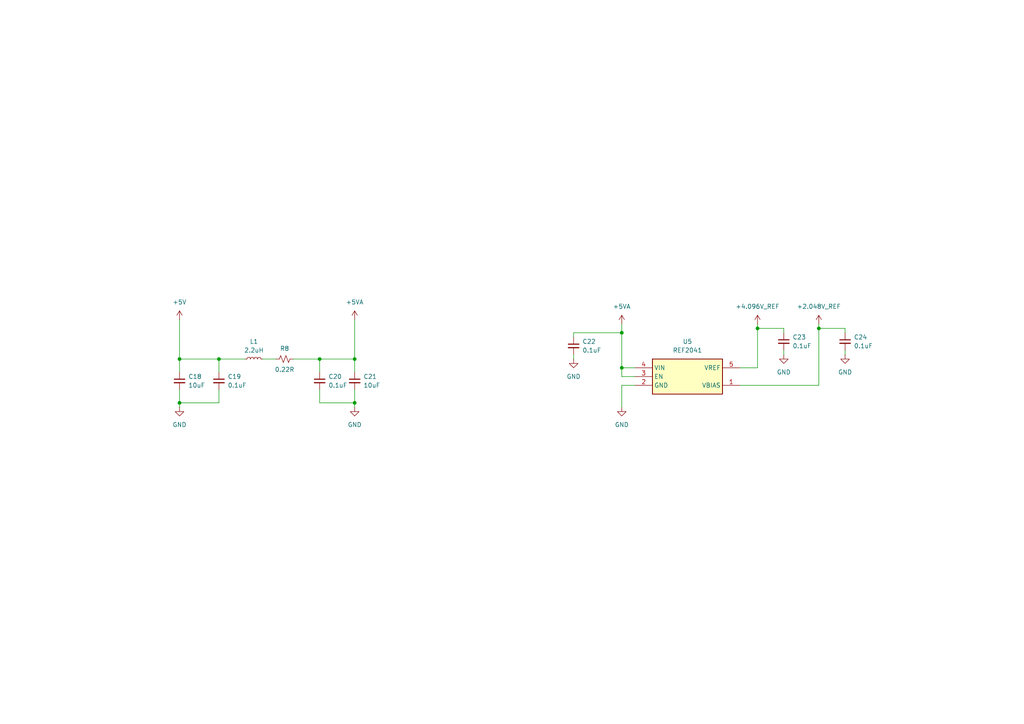
<source format=kicad_sch>
(kicad_sch (version 20250114) (generator "eeschema") (generator_version "9.0")
  (paper "A4")
  (lib_symbols
    (symbol "Device:C_Small" (pin_numbers (hide yes)) (pin_names (offset 0.254) (hide yes))
      (property "Reference" "C" (at 0.254 1.778 0))
      (property "Value" "C_Small" (at 0.254 -2.032 0))
      (symbol "C_Small_0_1"
        (polyline (pts (xy -1.524 0.508) (xy 1.524 0.508)) (stroke (width 0.3048)))
        (polyline (pts (xy -1.524 -0.508) (xy 1.524 -0.508)) (stroke (width 0.3302)))
      )
      (symbol "C_Small_1_1"
        (pin passive line (at 0 2.54 270) (length 2.032) (name "~") (number "1"))
        (pin passive line (at 0 -2.54 90) (length 2.032) (name "~") (number "2"))
      )
    )
    (symbol "Device:L_Small" (pin_numbers (hide yes)) (pin_names (offset 0.254) (hide yes))
      (property "Reference" "L" (at 0.762 1.016 0))
      (property "Value" "L_Small" (at 0.762 -1.016 0))
      (symbol "L_Small_0_1"
        (arc (start 0 2.032) (mid 0.5058 1.524) (end 0 1.016))
        (arc (start 0 1.016) (mid 0.5058 0.508) (end 0 0))
        (arc (start 0 0) (mid 0.5058 -0.508) (end 0 -1.016))
        (arc (start 0 -1.016) (mid 0.5058 -1.524) (end 0 -2.032))
      )
      (symbol "L_Small_1_1"
        (pin passive line (at 0 2.54 270) (length 0.508) (name "~") (number "1"))
        (pin passive line (at 0 -2.54 90) (length 0.508) (name "~") (number "2"))
      )
    )
    (symbol "Device:R_Small_US" (pin_numbers (hide yes)) (pin_names (offset 0.254) (hide yes))
      (property "Reference" "R" (at 0.762 0.508 0))
      (property "Value" "R_Small_US" (at 0.762 -1.016 0))
      (symbol "R_Small_US_1_1"
        (polyline (pts (xy 0 1.524) (xy 1.016 1.143) (xy 0 0.762) (xy -1.016 0.381) (xy 0 0)))
        (polyline (pts (xy 0 0) (xy 1.016 -0.381) (xy 0 -0.762) (xy -1.016 -1.143) (xy 0 -1.524)))
        (pin passive line (at 0 2.54 270) (length 1.016) (name "~") (number "1"))
        (pin passive line (at 0 -2.54 90) (length 1.016) (name "~") (number "2"))
      )
    )
    (symbol "canardboard:REF2041AIDDCR"
      (property "Reference" "U" (at 26.67 7.62 0))
      (property "Value" "REF2041" (at 26.67 5.08 0))
      (symbol "REF2041AIDDCR_1_1"
        (rectangle (start 5.08 2.54) (end 25.4 -7.62) (stroke (width 0.254)) (fill (type background)))
        (pin passive line (at 0 0 0) (length 5.08) (name "VIN") (number "4"))
        (pin passive line (at 0 -2.54 0) (length 5.08) (name "EN") (number "3"))
        (pin passive line (at 0 -5.08 0) (length 5.08) (name "GND") (number "2"))
        (pin passive line (at 30.48 0 180) (length 5.08) (name "VREF") (number "5"))
        (pin passive line (at 30.48 -5.08 180) (length 5.08) (name "VBIAS") (number "1"))
      )
    )
    (symbol "power:+5VA" (power) (pin_numbers (hide yes)) (pin_names (offset 0) (hide yes))
      (property "Value" "+5VA" (at 0 3.556 0))
      (symbol "+5VA_0_1"
        (polyline (pts (xy -0.762 1.27) (xy 0 2.54)))
        (polyline (pts (xy 0 2.54) (xy 0.762 1.27)))
        (polyline (pts (xy 0 0) (xy 0 2.54)))
      )
      (symbol "+5VA_1_1"
        (pin power_in line (at 0 0 90) (length 0) (name "~") (number "1"))
      )
    )
    (symbol "power:GND" (power) (pin_numbers (hide yes)) (pin_names (offset 0) (hide yes))
      (property "Value" "GND" (at 0 -3.81 0))
      (symbol "GND_0_1"
        (polyline (pts (xy 0 0) (xy 0 -1.27) (xy 1.27 -1.27) (xy 0 -2.54) (xy -1.27 -1.27) (xy 0 -1.27)))
      )
      (symbol "GND_1_1"
        (pin power_in line (at 0 0 270) (length 0) (name "~") (number "1"))
      )
    )
  )
  (junction (at 237.49 95.25))
  (junction (at 180.34 96.52))
  (junction (at 180.34 106.68))
  (junction (at 102.87 104.14))
  (junction (at 92.71 104.14))
  (junction (at 52.07 116.84))
  (junction (at 219.71 95.25))
  (junction (at 63.5 104.14))
  (junction (at 102.87 116.84))
  (junction (at 52.07 104.14))
  (wire (pts (xy 52.07 104.14) (xy 63.5 104.14)))
  (wire (pts (xy 184.15 111.76) (xy 180.34 111.76)))
  (wire (pts (xy 102.87 113.03) (xy 102.87 116.84)))
  (wire (pts (xy 52.07 107.95) (xy 52.07 104.14)))
  (wire (pts (xy 245.11 96.52) (xy 245.11 95.25)))
  (wire (pts (xy 237.49 95.25) (xy 245.11 95.25)))
  (wire (pts (xy 63.5 113.03) (xy 63.5 116.84)))
  (wire (pts (xy 214.63 111.76) (xy 237.49 111.76)))
  (wire (pts (xy 237.49 93.98) (xy 237.49 95.25)))
  (wire (pts (xy 180.34 93.98) (xy 180.34 96.52)))
  (wire (pts (xy 92.71 104.14) (xy 92.71 107.95)))
  (wire (pts (xy 76.2 104.14) (xy 80.01 104.14)))
  (wire (pts (xy 180.34 109.22) (xy 180.34 106.68)))
  (wire (pts (xy 166.37 97.79) (xy 166.37 96.52)))
  (wire (pts (xy 85.09 104.14) (xy 92.71 104.14)))
  (wire (pts (xy 237.49 95.25) (xy 237.49 111.76)))
  (wire (pts (xy 184.15 109.22) (xy 180.34 109.22)))
  (wire (pts (xy 52.07 116.84) (xy 52.07 118.11)))
  (wire (pts (xy 227.33 96.52) (xy 227.33 95.25)))
  (wire (pts (xy 227.33 101.6) (xy 227.33 102.87)))
  (wire (pts (xy 102.87 92.71) (xy 102.87 104.14)))
  (wire (pts (xy 92.71 113.03) (xy 92.71 116.84)))
  (wire (pts (xy 219.71 95.25) (xy 219.71 93.98)))
  (wire (pts (xy 166.37 102.87) (xy 166.37 104.14)))
  (wire (pts (xy 92.71 116.84) (xy 102.87 116.84)))
  (wire (pts (xy 92.71 104.14) (xy 102.87 104.14)))
  (wire (pts (xy 52.07 113.03) (xy 52.07 116.84)))
  (wire (pts (xy 63.5 104.14) (xy 71.12 104.14)))
  (wire (pts (xy 52.07 92.71) (xy 52.07 104.14)))
  (wire (pts (xy 219.71 95.25) (xy 227.33 95.25)))
  (wire (pts (xy 63.5 107.95) (xy 63.5 104.14)))
  (wire (pts (xy 219.71 106.68) (xy 219.71 95.25)))
  (wire (pts (xy 245.11 101.6) (xy 245.11 102.87)))
  (wire (pts (xy 214.63 106.68) (xy 219.71 106.68)))
  (wire (pts (xy 180.34 111.76) (xy 180.34 118.11)))
  (wire (pts (xy 184.15 106.68) (xy 180.34 106.68)))
  (wire (pts (xy 180.34 96.52) (xy 180.34 106.68)))
  (wire (pts (xy 63.5 116.84) (xy 52.07 116.84)))
  (wire (pts (xy 102.87 107.95) (xy 102.87 104.14)))
  (wire (pts (xy 102.87 116.84) (xy 102.87 118.11)))
  (wire (pts (xy 166.37 96.52) (xy 180.34 96.52)))
  (symbol (lib_id "power:+5VA") (at 102.87 92.71 0) (unit 1)
    (property "Reference" "#PWR038" (effects (hide yes)))
    (property "Value" "+5VA" (at 102.87 87.63 0))
    (property "Description" "Power symbol creates a global label with name \"+5VA\"" (effects (hide yes)))
  )
  (symbol (lib_id "power:GND") (at 52.07 118.11 0) (unit 1)
    (property "Reference" "#PWR037" (effects (hide yes)))
    (property "Value" "GND" (at 52.07 123.19 0))
    (property "Description" "Power symbol creates a global label with name \"GND\" , ground" (effects (hide yes)))
  )
  (symbol (lib_id "power:GND") (at 166.37 104.14 0) (unit 1)
    (property "Reference" "#PWR040" (effects (hide yes)))
    (property "Value" "GND" (at 166.37 109.22 0))
    (property "Description" "Power symbol creates a global label with name \"GND\" , ground" (effects (hide yes)))
  )
  (symbol (lib_id "power:GND") (at 102.87 118.11 0) (unit 1)
    (property "Reference" "#PWR039" (effects (hide yes)))
    (property "Value" "GND" (at 102.87 123.19 0))
    (property "Description" "Power symbol creates a global label with name \"GND\" , ground" (effects (hide yes)))
  )
  (symbol (lib_id "power:+5VA") (at 219.71 93.98 0) (unit 1)
    (property "Reference" "#PWR043" (effects (hide yes)))
    (property "Value" "+4.096V_REF" (at 219.71 88.9 0))
    (property "Description" "Power symbol creates a global label with name \"+5VA\"" (effects (hide yes)))
  )
  (symbol (lib_id "Device:C_Small") (at 245.11 99.06 0) (unit 1)
    (property "Reference" "C24" (at 247.65 97.7962 0) (effects (justify left)))
    (property "Value" "0.1uF" (at 247.65 100.3362 0) (effects (justify left)))
    (property "Footprint" "Capacitor_SMD:C_0402_1005Metric" (effects (hide yes)))
    (property "Description" "Unpolarized capacitor, small symbol" (effects (hide yes)))
  )
  (symbol (lib_id "Device:L_Small") (at 73.66 104.14 90) (unit 1)
    (property "Reference" "L1" (at 73.66 99.06 90))
    (property "Value" "2.2uH" (at 73.66 101.6 90))
    (property "Footprint" "Inductor_SMD:L_1008_2520Metric" (effects (hide yes)))
    (property "Datasheet" "https://search.murata.co.jp/Ceramy/image/img/P02/JELF243B-0019.pdf" (effects (hide yes)))
    (property "Description" "Inductor, small symbol" (effects (hide yes)))
    (property "MPN" "LQM2HPN2R2MG0L" (effects (hide yes)))
  )
  (symbol (lib_id "canardboard:REF2041AIDDCR") (at 184.15 106.68 0) (unit 1)
    (property "Reference" "U5" (at 199.39 99.06 0))
    (property "Value" "REF2041" (at 199.39 101.6 0))
    (property "Footprint" "canardboard:REF2041" (effects (hide yes)))
    (property "Datasheet" "https://www.ti.com/general/docs/suppproductinfo.tsp?distId=10&gotoUrl=https%3A%2F%2Fwww.ti.com%2Flit%2Fgpn%2Fref2041" (effects (hide yes)))
    (property "Height" "1.1" (effects (hide yes)))
    (property "Mouser Part Number" "595-REF2041AIDDCR" (effects (hide yes)))
    (property "Mouser Price/Stock" "https://www.mouser.co.uk/ProductDetail/Texas-Instruments/REF2041AIDDCR?qs=7z%252BmIopC6%2FJGokiYdYoWgg%3D%3D" (effects (hide yes)))
    (property "Manufacturer_Name" "Texas Instruments" (effects (hide yes)))
    (property "Manufacturer_Part_Number" "REF2041AIDDCR" (effects (hide yes)))
  )
  (symbol (lib_id "Device:C_Small") (at 102.87 110.49 0) (unit 1)
    (property "Reference" "C21" (at 105.41 109.2262 0) (effects (justify left)))
    (property "Value" "10uF" (at 105.41 111.7662 0) (effects (justify left)))
    (property "Footprint" "Capacitor_SMD:C_0805_2012Metric" (effects (hide yes)))
    (property "Description" "Unpolarized capacitor, small symbol" (effects (hide yes)))
  )
  (symbol (lib_id "Device:C_Small") (at 63.5 110.49 0) (unit 1)
    (property "Reference" "C19" (at 66.04 109.2262 0) (effects (justify left)))
    (property "Value" "0.1uF" (at 66.04 111.7662 0) (effects (justify left)))
    (property "Footprint" "Capacitor_SMD:C_0402_1005Metric" (effects (hide yes)))
    (property "Description" "Unpolarized capacitor, small symbol" (effects (hide yes)))
  )
  (symbol (lib_id "power:GND") (at 180.34 118.11 0) (unit 1)
    (property "Reference" "#PWR042" (effects (hide yes)))
    (property "Value" "GND" (at 180.34 123.19 0))
    (property "Description" "Power symbol creates a global label with name \"GND\" , ground" (effects (hide yes)))
  )
  (symbol (lib_id "power:+5VA") (at 52.07 92.71 0) (unit 1)
    (property "Reference" "#PWR036" (effects (hide yes)))
    (property "Value" "+5V" (at 52.07 87.63 0))
    (property "Description" "Power symbol creates a global label with name \"+5VA\"" (effects (hide yes)))
  )
  (symbol (lib_id "Device:R_Small_US") (at 82.55 104.14 90) (unit 1)
    (property "Reference" "R8" (at 82.55 101.092 90))
    (property "Value" "0.22R" (at 82.55 107.188 90))
    (property "Footprint" "Resistor_SMD:R_0603_1608Metric" (effects (hide yes)))
    (property "Description" "Resistor, small US symbol" (effects (hide yes)))
  )
  (symbol (lib_id "Device:C_Small") (at 166.37 100.33 0) (unit 1)
    (property "Reference" "C22" (at 168.91 99.0662 0) (effects (justify left)))
    (property "Value" "0.1uF" (at 168.91 101.6062 0) (effects (justify left)))
    (property "Footprint" "Capacitor_SMD:C_0402_1005Metric" (effects (hide yes)))
    (property "Description" "Unpolarized capacitor, small symbol" (effects (hide yes)))
  )
  (symbol (lib_id "power:GND") (at 245.11 102.87 0) (unit 1)
    (property "Reference" "#PWR046" (effects (hide yes)))
    (property "Value" "GND" (at 245.11 107.95 0))
    (property "Description" "Power symbol creates a global label with name \"GND\" , ground" (effects (hide yes)))
  )
  (symbol (lib_id "Device:C_Small") (at 92.71 110.49 0) (unit 1)
    (property "Reference" "C20" (at 95.25 109.2262 0) (effects (justify left)))
    (property "Value" "0.1uF" (at 95.25 111.7662 0) (effects (justify left)))
    (property "Footprint" "Capacitor_SMD:C_0402_1005Metric" (effects (hide yes)))
    (property "Description" "Unpolarized capacitor, small symbol" (effects (hide yes)))
  )
  (symbol (lib_id "power:+5VA") (at 180.34 93.98 0) (unit 1)
    (property "Reference" "#PWR041" (effects (hide yes)))
    (property "Value" "+5VA" (at 180.34 88.9 0))
    (property "Description" "Power symbol creates a global label with name \"+5VA\"" (effects (hide yes)))
  )
  (symbol (lib_id "power:GND") (at 227.33 102.87 0) (unit 1)
    (property "Reference" "#PWR044" (effects (hide yes)))
    (property "Value" "GND" (at 227.33 107.95 0))
    (property "Description" "Power symbol creates a global label with name \"GND\" , ground" (effects (hide yes)))
  )
  (symbol (lib_id "power:+5VA") (at 237.49 93.98 0) (unit 1)
    (property "Reference" "#PWR045" (effects (hide yes)))
    (property "Value" "+2.048V_REF" (at 237.49 88.9 0))
    (property "Description" "Power symbol creates a global label with name \"+5VA\"" (effects (hide yes)))
  )
  (symbol (lib_id "Device:C_Small") (at 52.07 110.49 0) (unit 1)
    (property "Reference" "C18" (at 54.61 109.2262 0) (effects (justify left)))
    (property "Value" "10uF" (at 54.61 111.7662 0) (effects (justify left)))
    (property "Footprint" "Capacitor_SMD:C_0805_2012Metric" (effects (hide yes)))
    (property "Description" "Unpolarized capacitor, small symbol" (effects (hide yes)))
  )
  (symbol (lib_id "Device:C_Small") (at 227.33 99.06 0) (unit 1)
    (property "Reference" "C23" (at 229.87 97.7962 0) (effects (justify left)))
    (property "Value" "0.1uF" (at 229.87 100.3362 0) (effects (justify left)))
    (property "Footprint" "Capacitor_SMD:C_0402_1005Metric" (effects (hide yes)))
    (property "Description" "Unpolarized capacitor, small symbol" (effects (hide yes)))
  )
)
</source>
